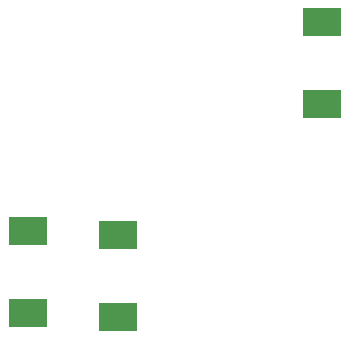
<source format=gtp>
G04*
G04 #@! TF.GenerationSoftware,Altium Limited,Altium Designer,20.0.9 (164)*
G04*
G04 Layer_Color=8421504*
%FSLAX25Y25*%
%MOIN*%
G70*
G01*
G75*
%ADD15R,0.12992X0.09449*%
D15*
X142000Y52500D02*
D03*
Y25138D02*
D03*
X210000Y123500D02*
D03*
Y96138D02*
D03*
X112000Y53862D02*
D03*
Y26500D02*
D03*
M02*

</source>
